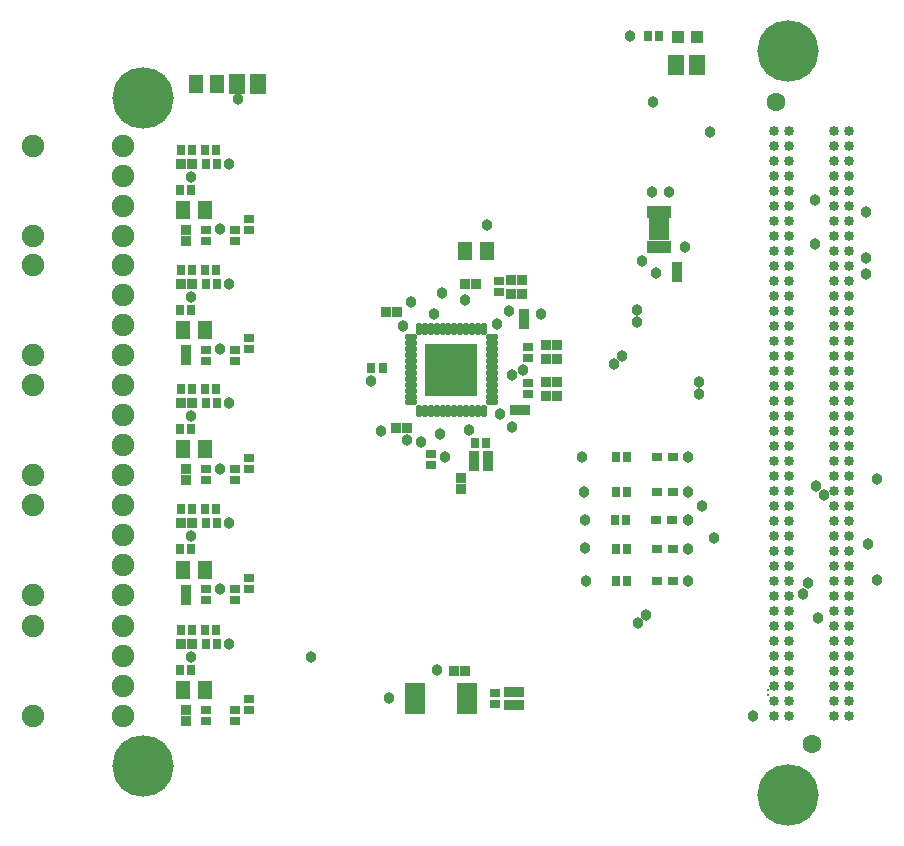
<source format=gts>
G04 Layer_Color=8388736*
%FSLAX43Y43*%
%MOMM*%
G71*
G01*
G75*
%ADD40R,0.127X0.127*%
%ADD41R,0.823X0.783*%
%ADD42R,0.823X0.823*%
%ADD43R,1.253X1.603*%
%ADD44R,1.353X1.653*%
%ADD45R,0.783X0.823*%
%ADD46R,0.953X0.703*%
%ADD47R,0.823X0.823*%
%ADD48R,1.003X1.003*%
%ADD49O,1.103X0.503*%
%ADD50O,0.503X1.103*%
%ADD51R,4.403X4.403*%
%ADD52C,0.843*%
%ADD53R,0.503X1.053*%
%ADD54R,1.753X1.953*%
%ADD55R,1.703X0.653*%
%ADD56C,1.903*%
%ADD57C,5.203*%
%ADD58C,1.600*%
%ADD59C,0.965*%
D40*
X-1651Y8865D02*
D03*
Y8484D02*
D03*
D41*
X-24500Y42560D02*
D03*
Y43500D02*
D03*
X-46850Y7220D02*
D03*
Y6280D02*
D03*
X-45600Y8170D02*
D03*
Y7230D02*
D03*
Y48820D02*
D03*
Y47880D02*
D03*
Y38670D02*
D03*
Y37730D02*
D03*
Y28540D02*
D03*
Y27600D02*
D03*
Y18370D02*
D03*
Y17430D02*
D03*
X-49250Y7220D02*
D03*
Y6280D02*
D03*
Y47870D02*
D03*
Y46930D02*
D03*
Y37720D02*
D03*
Y36780D02*
D03*
Y27590D02*
D03*
Y26650D02*
D03*
Y17420D02*
D03*
Y16480D02*
D03*
X-46850Y47870D02*
D03*
Y46930D02*
D03*
Y37720D02*
D03*
Y36780D02*
D03*
Y27590D02*
D03*
Y26650D02*
D03*
Y17420D02*
D03*
Y16480D02*
D03*
X-30200Y27930D02*
D03*
Y28870D02*
D03*
X-24800Y8670D02*
D03*
Y7730D02*
D03*
X-22000Y37970D02*
D03*
Y37030D02*
D03*
Y34870D02*
D03*
Y33930D02*
D03*
D42*
X-26600Y27850D02*
D03*
X-25400D02*
D03*
X-51000Y47850D02*
D03*
Y46950D02*
D03*
Y37700D02*
D03*
Y36800D02*
D03*
Y27570D02*
D03*
Y26670D02*
D03*
Y17400D02*
D03*
Y16500D02*
D03*
X-27700Y25950D02*
D03*
Y26850D02*
D03*
X-22352Y40760D02*
D03*
Y39860D02*
D03*
X-25400Y28750D02*
D03*
X-26600D02*
D03*
X-51000Y7200D02*
D03*
Y6300D02*
D03*
X-9400Y43850D02*
D03*
Y44750D02*
D03*
D43*
X-27305Y46076D02*
D03*
X-25505D02*
D03*
X-48350Y60200D02*
D03*
X-50150D02*
D03*
X-49400Y8900D02*
D03*
X-51200D02*
D03*
X-49400Y49550D02*
D03*
X-51200D02*
D03*
X-49400Y39400D02*
D03*
X-51200D02*
D03*
X-49400Y29270D02*
D03*
X-51200D02*
D03*
X-49400Y19100D02*
D03*
X-51200D02*
D03*
D44*
X-9500Y61800D02*
D03*
X-7700D02*
D03*
X-46650Y60200D02*
D03*
X-44850D02*
D03*
D45*
X-51470Y51250D02*
D03*
X-50530D02*
D03*
X-51470Y41100D02*
D03*
X-50530D02*
D03*
X-51470Y30970D02*
D03*
X-50530D02*
D03*
X-51470Y20800D02*
D03*
X-50530D02*
D03*
X-48430Y14000D02*
D03*
X-49370D02*
D03*
X-48430Y54650D02*
D03*
X-49370D02*
D03*
X-48430Y44500D02*
D03*
X-49370D02*
D03*
X-48430Y34370D02*
D03*
X-49370D02*
D03*
X-48430Y24200D02*
D03*
X-49370D02*
D03*
X-51370Y14000D02*
D03*
X-50430D02*
D03*
X-51370Y54650D02*
D03*
X-50430D02*
D03*
X-51370Y44500D02*
D03*
X-50430D02*
D03*
X-51370Y34370D02*
D03*
X-50430D02*
D03*
X-51370Y24200D02*
D03*
X-50430D02*
D03*
X-48330Y12800D02*
D03*
X-49270D02*
D03*
X-48330Y53450D02*
D03*
X-49270D02*
D03*
X-48330Y43300D02*
D03*
X-49270D02*
D03*
X-48330Y33170D02*
D03*
X-49270D02*
D03*
X-48330Y23000D02*
D03*
X-49270D02*
D03*
X-13630Y18100D02*
D03*
X-14570D02*
D03*
X-13630Y28600D02*
D03*
X-14570D02*
D03*
X-13630Y25700D02*
D03*
X-14570D02*
D03*
X-13630Y20800D02*
D03*
X-14570D02*
D03*
X-13730Y23300D02*
D03*
X-14670D02*
D03*
X-10930Y64300D02*
D03*
X-11870D02*
D03*
X-34330Y36200D02*
D03*
X-35270D02*
D03*
X-25530Y29800D02*
D03*
X-26470D02*
D03*
X-51470Y10600D02*
D03*
X-50530D02*
D03*
D46*
X-9700Y28600D02*
D03*
X-11100D02*
D03*
X-9700Y25700D02*
D03*
X-11100D02*
D03*
X-9700Y20800D02*
D03*
X-11100D02*
D03*
X-9800Y23300D02*
D03*
X-11200D02*
D03*
X-9700Y18100D02*
D03*
X-11100D02*
D03*
D47*
X-51350Y12800D02*
D03*
X-50450D02*
D03*
X-51350Y53450D02*
D03*
X-50450D02*
D03*
X-51350Y43300D02*
D03*
X-50450D02*
D03*
X-51350Y33170D02*
D03*
X-50450D02*
D03*
X-51350Y23000D02*
D03*
X-50450D02*
D03*
X-28250Y10500D02*
D03*
X-27350D02*
D03*
X-22750Y8700D02*
D03*
X-23650D02*
D03*
X-22750Y7600D02*
D03*
X-23650D02*
D03*
X-33150Y31100D02*
D03*
X-32250D02*
D03*
X-22250Y32600D02*
D03*
X-23150D02*
D03*
X-26449Y43307D02*
D03*
X-27349D02*
D03*
X-34029Y40869D02*
D03*
X-33129D02*
D03*
X-22550Y43600D02*
D03*
X-23450D02*
D03*
X-22550Y42400D02*
D03*
X-23450D02*
D03*
X-19550Y38100D02*
D03*
X-20450D02*
D03*
X-19550Y36900D02*
D03*
X-20450D02*
D03*
X-19550Y35000D02*
D03*
X-20450D02*
D03*
X-19550Y33800D02*
D03*
X-20450D02*
D03*
D48*
X-7700Y64200D02*
D03*
X-9300D02*
D03*
D49*
X-25050Y33250D02*
D03*
Y33750D02*
D03*
Y34250D02*
D03*
Y34750D02*
D03*
Y35250D02*
D03*
Y35750D02*
D03*
Y36250D02*
D03*
Y36750D02*
D03*
Y37250D02*
D03*
Y37750D02*
D03*
Y38250D02*
D03*
Y38750D02*
D03*
X-31950D02*
D03*
Y38250D02*
D03*
Y37750D02*
D03*
Y37250D02*
D03*
Y36750D02*
D03*
Y36250D02*
D03*
Y35750D02*
D03*
Y35250D02*
D03*
Y34750D02*
D03*
Y34250D02*
D03*
Y33750D02*
D03*
Y33250D02*
D03*
D50*
X-25750Y39450D02*
D03*
X-26250D02*
D03*
X-26750D02*
D03*
X-27250D02*
D03*
X-27750D02*
D03*
X-28250D02*
D03*
X-28750D02*
D03*
X-29250D02*
D03*
X-29750D02*
D03*
X-30250D02*
D03*
X-30750D02*
D03*
X-31250D02*
D03*
Y32550D02*
D03*
X-30750D02*
D03*
X-30250D02*
D03*
X-29750D02*
D03*
X-29250D02*
D03*
X-28750D02*
D03*
X-28250D02*
D03*
X-27750D02*
D03*
X-27250D02*
D03*
X-26750D02*
D03*
X-26250D02*
D03*
X-25750D02*
D03*
D51*
X-28500Y36000D02*
D03*
D52*
X-1175Y56256D02*
D03*
Y54986D02*
D03*
Y53716D02*
D03*
Y52446D02*
D03*
Y51176D02*
D03*
Y49906D02*
D03*
Y48636D02*
D03*
Y47366D02*
D03*
Y46096D02*
D03*
Y44826D02*
D03*
Y43556D02*
D03*
Y42286D02*
D03*
Y41016D02*
D03*
Y39746D02*
D03*
Y38476D02*
D03*
Y37206D02*
D03*
Y35936D02*
D03*
Y34666D02*
D03*
Y33396D02*
D03*
Y32126D02*
D03*
Y30856D02*
D03*
Y29586D02*
D03*
Y28316D02*
D03*
Y27046D02*
D03*
Y25776D02*
D03*
Y24506D02*
D03*
Y23236D02*
D03*
Y21966D02*
D03*
Y20696D02*
D03*
Y19426D02*
D03*
Y18156D02*
D03*
Y16886D02*
D03*
Y15616D02*
D03*
Y14346D02*
D03*
Y13076D02*
D03*
Y11806D02*
D03*
Y10536D02*
D03*
Y9266D02*
D03*
Y7996D02*
D03*
Y6726D02*
D03*
X95Y56256D02*
D03*
Y54986D02*
D03*
Y53716D02*
D03*
Y52446D02*
D03*
Y51176D02*
D03*
Y49906D02*
D03*
Y48636D02*
D03*
Y47366D02*
D03*
Y46096D02*
D03*
Y44826D02*
D03*
Y43556D02*
D03*
Y42286D02*
D03*
Y41016D02*
D03*
Y39746D02*
D03*
Y38476D02*
D03*
Y37206D02*
D03*
Y35936D02*
D03*
Y34666D02*
D03*
Y33396D02*
D03*
Y32126D02*
D03*
Y30856D02*
D03*
Y29586D02*
D03*
Y28316D02*
D03*
Y27046D02*
D03*
Y25776D02*
D03*
Y24506D02*
D03*
Y23236D02*
D03*
Y21966D02*
D03*
Y20696D02*
D03*
Y19426D02*
D03*
Y18156D02*
D03*
Y16886D02*
D03*
Y15616D02*
D03*
Y14346D02*
D03*
Y13076D02*
D03*
Y11806D02*
D03*
Y10536D02*
D03*
Y9266D02*
D03*
Y7996D02*
D03*
Y6726D02*
D03*
X3905Y56256D02*
D03*
Y54986D02*
D03*
Y53716D02*
D03*
Y52446D02*
D03*
Y51176D02*
D03*
Y49906D02*
D03*
Y48636D02*
D03*
Y47366D02*
D03*
Y46096D02*
D03*
Y44826D02*
D03*
Y43556D02*
D03*
Y42286D02*
D03*
Y41016D02*
D03*
Y39746D02*
D03*
Y38476D02*
D03*
Y37206D02*
D03*
Y35936D02*
D03*
Y34666D02*
D03*
Y33396D02*
D03*
Y32126D02*
D03*
Y30856D02*
D03*
Y29586D02*
D03*
Y28316D02*
D03*
Y27046D02*
D03*
Y25776D02*
D03*
Y24506D02*
D03*
Y23236D02*
D03*
Y21966D02*
D03*
Y20696D02*
D03*
Y19426D02*
D03*
Y18156D02*
D03*
Y16886D02*
D03*
Y15616D02*
D03*
Y14346D02*
D03*
Y13076D02*
D03*
Y11806D02*
D03*
Y10536D02*
D03*
Y9266D02*
D03*
Y7996D02*
D03*
Y6726D02*
D03*
X5175Y56256D02*
D03*
Y54986D02*
D03*
Y53716D02*
D03*
Y52446D02*
D03*
Y51176D02*
D03*
Y49906D02*
D03*
Y48636D02*
D03*
Y47366D02*
D03*
Y46096D02*
D03*
Y44826D02*
D03*
Y43556D02*
D03*
Y42286D02*
D03*
Y41016D02*
D03*
Y39746D02*
D03*
Y38476D02*
D03*
Y37206D02*
D03*
Y35936D02*
D03*
Y34666D02*
D03*
Y33396D02*
D03*
Y32126D02*
D03*
Y30856D02*
D03*
Y29586D02*
D03*
Y28316D02*
D03*
Y27046D02*
D03*
Y25776D02*
D03*
Y24506D02*
D03*
Y23236D02*
D03*
Y21966D02*
D03*
Y20696D02*
D03*
Y19426D02*
D03*
Y18156D02*
D03*
Y16886D02*
D03*
Y15616D02*
D03*
Y14346D02*
D03*
Y13076D02*
D03*
Y11806D02*
D03*
Y10536D02*
D03*
Y9266D02*
D03*
Y7996D02*
D03*
Y6726D02*
D03*
D53*
X-10150Y49400D02*
D03*
X-10650D02*
D03*
X-11150D02*
D03*
X-11650D02*
D03*
Y46400D02*
D03*
X-11150D02*
D03*
X-10650D02*
D03*
X-10150D02*
D03*
D54*
X-10900Y47900D02*
D03*
D55*
X-31600Y9175D02*
D03*
Y8525D02*
D03*
Y7875D02*
D03*
Y7225D02*
D03*
X-27200Y7875D02*
D03*
Y8525D02*
D03*
Y9175D02*
D03*
Y7225D02*
D03*
D56*
X-56321Y47380D02*
D03*
Y49920D02*
D03*
Y52460D02*
D03*
Y55000D02*
D03*
X-63941Y47380D02*
D03*
Y55000D02*
D03*
X-56321Y37230D02*
D03*
Y39770D02*
D03*
Y42310D02*
D03*
Y44850D02*
D03*
X-63941Y37230D02*
D03*
Y44850D02*
D03*
X-56321Y27100D02*
D03*
Y29640D02*
D03*
Y32180D02*
D03*
Y34720D02*
D03*
X-63941Y27100D02*
D03*
Y34720D02*
D03*
X-56321Y16930D02*
D03*
Y19470D02*
D03*
Y22010D02*
D03*
Y24550D02*
D03*
X-63941Y16930D02*
D03*
Y24550D02*
D03*
X-56321Y6730D02*
D03*
Y9270D02*
D03*
Y11810D02*
D03*
Y14350D02*
D03*
X-63941Y6730D02*
D03*
Y14350D02*
D03*
D57*
X0Y63000D02*
D03*
X-54600Y2500D02*
D03*
Y59050D02*
D03*
X0Y0D02*
D03*
D58*
X-1048Y58682D02*
D03*
X2000Y4300D02*
D03*
D59*
X-10900Y47900D02*
D03*
X-25502Y48260D02*
D03*
X-20930Y40767D02*
D03*
X-26797Y37694D02*
D03*
X-26848Y34341D02*
D03*
X-30150Y34366D02*
D03*
Y37643D02*
D03*
X-34468Y30810D02*
D03*
X-29693Y10566D02*
D03*
X-13335Y64313D02*
D03*
X-6604Y56185D02*
D03*
X-12750Y41108D02*
D03*
Y40092D02*
D03*
X-11405Y58674D02*
D03*
X-27356Y41910D02*
D03*
X-23647Y40996D02*
D03*
X-32600Y39700D02*
D03*
X-31877Y41783D02*
D03*
X-31039Y29870D02*
D03*
X-7250Y24500D02*
D03*
X2500Y15000D02*
D03*
X2336Y26164D02*
D03*
X-7500Y35016D02*
D03*
X3026Y25417D02*
D03*
X-7500Y34000D02*
D03*
X1250Y17000D02*
D03*
X1718Y17968D02*
D03*
X7500Y26750D02*
D03*
Y18250D02*
D03*
X-6250Y21750D02*
D03*
X6750Y21250D02*
D03*
X-24600Y39900D02*
D03*
X-8500Y28600D02*
D03*
Y25700D02*
D03*
X-12000Y15250D02*
D03*
X-12718Y14532D02*
D03*
X-14032Y37218D02*
D03*
X-14750Y36500D02*
D03*
X-35300Y35100D02*
D03*
X-32250Y30100D02*
D03*
X-23400Y31200D02*
D03*
X-3000Y6700D02*
D03*
X-8500Y23300D02*
D03*
Y20800D02*
D03*
Y18100D02*
D03*
X-17200Y23300D02*
D03*
X-17400Y28600D02*
D03*
X-17100Y18100D02*
D03*
X-17200Y20900D02*
D03*
X-17300Y25700D02*
D03*
X-33800Y8200D02*
D03*
X-27000Y30900D02*
D03*
X-22400Y36000D02*
D03*
X-29300Y42500D02*
D03*
X-30000Y40700D02*
D03*
X-23400Y35600D02*
D03*
X-24400Y32300D02*
D03*
X-29500Y30600D02*
D03*
X-29000Y28600D02*
D03*
X-11150Y44200D02*
D03*
X-12400Y45200D02*
D03*
X6600Y44100D02*
D03*
Y45500D02*
D03*
X-8700Y46400D02*
D03*
X2300Y46700D02*
D03*
X-11500Y51100D02*
D03*
X6600Y49400D02*
D03*
X-10100Y51100D02*
D03*
X2300Y50400D02*
D03*
X-48100Y17450D02*
D03*
X-47300Y23000D02*
D03*
X-50530Y21900D02*
D03*
X-48100Y27620D02*
D03*
X-47300Y33170D02*
D03*
X-50530Y32070D02*
D03*
X-48100Y37750D02*
D03*
X-47300Y43300D02*
D03*
X-50530Y42200D02*
D03*
X-48100Y47900D02*
D03*
X-46600Y58900D02*
D03*
X-47300Y53450D02*
D03*
X-50530Y52350D02*
D03*
X-47300Y12800D02*
D03*
X-40400Y11700D02*
D03*
X-50530D02*
D03*
M02*

</source>
